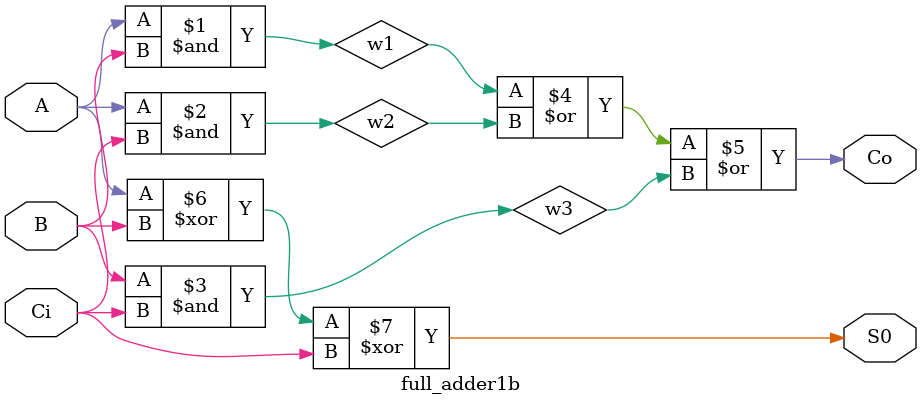
<source format=v>
module full_adder1b(
    input wire A, B, Ci,
    output wire S0, Co
);

    wire w1, w2, w3;

    assign w1 = A & B;
    assign w2 = A & Ci;
    assign w3 = B & Ci;
    assign Co = w1 | w2 | w3;

    assign S0 = A ^ B ^ Ci;

endmodule

</source>
